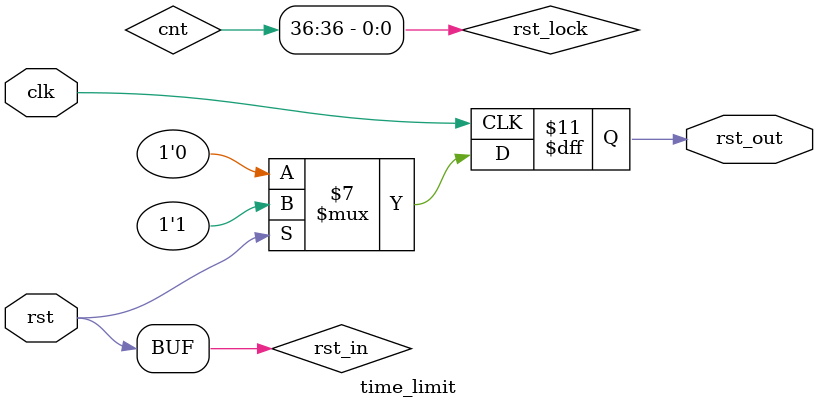
<source format=v>

`timescale 1ns/1ps
module time_limit
  (
   /*AUTOARG*/
   // Outputs
   rst_out,
   // Inputs
   clk, rst
   );

   // (C_DW_CNT=37)@75MHZ == 15 minutes
   parameter C_TIME_LIMIT = 0; 
   parameter C_DW_CNT = 37; 
   parameter C_RSTIN_ACTIVE = 1;
   parameter C_RSTOUT_ACTIVE = 1;

   input clk;
   input rst;
   output rst_out;

   reg [C_DW_CNT-1:0] cnt = 0 /* synthesis syn_preserve=1 */ ;
   reg 		      rst_out;
   wire 	      rst_lock;

   always@(posedge clk)
     begin
	if(~rst_lock)
	  cnt <= #1 cnt + 1'h1;
     end

   assign rst_lock = cnt[C_DW_CNT-1]; 
   assign rst_in = C_RSTIN_ACTIVE ? rst : (~rst);

   generate if(C_TIME_LIMIT == 1) begin
      always@(posedge clk)
	begin
	   if(rst_in)
	     rst_out <= #1 C_RSTOUT_ACTIVE;
	   else
	     rst_out <= #1 C_RSTOUT_ACTIVE ? rst_lock : (~rst_lock);
	end
   end
   endgenerate

   generate if(C_TIME_LIMIT == 0) begin
      always@(posedge clk)
	begin
	   if(rst_in)
	     rst_out <= #1 C_RSTOUT_ACTIVE;
	   else
	     rst_out <= #1 (~C_RSTOUT_ACTIVE);
	end
   end
   endgenerate

endmodule


</source>
